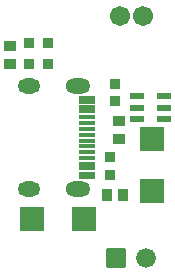
<source format=gts>
G04 Layer: TopSolderMaskLayer*
G04 EasyEDA v6.5.42, 2024-03-29 10:36:03*
G04 c5ab252c28e54aca980d21198c282c72,1c81c61d082a4d45aadf05aca8bab00c,10*
G04 Gerber Generator version 0.2*
G04 Scale: 100 percent, Rotated: No, Reflected: No *
G04 Dimensions in millimeters *
G04 leading zeros omitted , absolute positions ,4 integer and 5 decimal *
%FSLAX45Y45*%
%MOMM*%

%AMMACRO1*1,1,$1,$2,$3*1,1,$1,$4,$5*1,1,$1,0-$2,0-$3*1,1,$1,0-$4,0-$5*20,1,$1,$2,$3,$4,$5,0*20,1,$1,$4,$5,0-$2,0-$3,0*20,1,$1,0-$2,0-$3,0-$4,0-$5,0*20,1,$1,0-$4,0-$5,$2,$3,0*4,1,4,$2,$3,$4,$5,0-$2,0-$3,0-$4,0-$5,$2,$3,0*%
%ADD10C,1.7016*%
%ADD11MACRO1,0.1016X0.4X0.4X0.4X-0.4*%
%ADD12MACRO1,0.1016X0.7874X0.7874X0.7874X-0.7874*%
%ADD13C,1.6764*%
%ADD14MACRO1,0.1016X-0.432X0.4032X0.432X0.4032*%
%ADD15MACRO1,0.1016X-0.432X-0.4032X0.432X-0.4032*%
%ADD16R,0.9656X0.9081*%
%ADD17MACRO1,0.1016X-0.4X0.45X0.4X0.45*%
%ADD18MACRO1,0.1016X-1X1X1X1*%
%ADD19MACRO1,0.1016X1X1X1X-1*%
%ADD20R,1.1736X0.6336*%
%ADD21MACRO1,0.1016X0.65X0.15X0.65X-0.15*%
%ADD22O,1.9015964X1.3015976000000002*%
%ADD23O,2.1015960000000002X1.3015976000000002*%

%LPD*%
D10*
G01*
X1369923Y5778500D03*
G01*
X1169923Y5778500D03*
D11*
G01*
X402719Y5371683D03*
G01*
X562620Y5372384D03*
D12*
G01*
X1143000Y3733800D03*
D13*
G01*
X1397000Y3733800D03*
D14*
G01*
X241300Y5372975D03*
D15*
G01*
X241300Y5523624D03*
D14*
G01*
X1168400Y4737975D03*
D15*
G01*
X1168400Y4888624D03*
D16*
G01*
X1092200Y4583836D03*
G01*
X1092200Y4433163D03*
G01*
X1130300Y5206136D03*
G01*
X1130300Y5055463D03*
D11*
G01*
X562493Y5550336D03*
G01*
X402592Y5549635D03*
D17*
G01*
X1200299Y4267200D03*
G01*
X1060300Y4267200D03*
D18*
G01*
X427700Y4064000D03*
G01*
X867699Y4064000D03*
D19*
G01*
X1447800Y4741199D03*
G01*
X1447800Y4301200D03*
D20*
G01*
X1550009Y4908804D03*
G01*
X1550009Y5003800D03*
G01*
X1550009Y5098795D03*
G01*
X1320190Y5098795D03*
G01*
X1320190Y5003800D03*
G01*
X1320190Y4908804D03*
D21*
G01*
X895118Y4924804D03*
G01*
X895118Y4874792D03*
G01*
X895121Y4824804D03*
G01*
X895118Y4774792D03*
G01*
X895121Y4724805D03*
G01*
X895118Y4674792D03*
G01*
X895118Y4624830D03*
G01*
X895118Y4574792D03*
G01*
X895106Y5084794D03*
G01*
X895121Y5054796D03*
G01*
X895106Y5004793D03*
G01*
X895108Y4974798D03*
G01*
X895106Y4524801D03*
G01*
X895108Y4494789D03*
G01*
X895123Y4444799D03*
G01*
X895123Y4414799D03*
D22*
G01*
X400304Y4317288D03*
D23*
G01*
X818286Y4317288D03*
G01*
X818286Y5182311D03*
D22*
G01*
X400304Y5182311D03*
M02*

</source>
